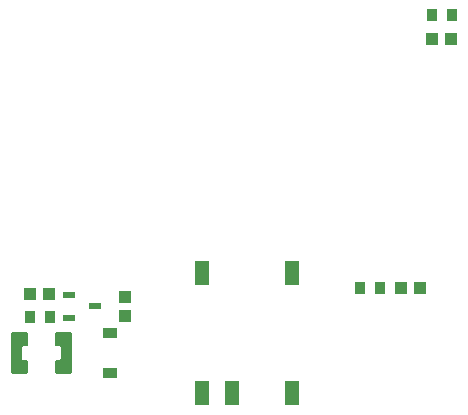
<source format=gtp>
G04 Layer: TopPasteMaskLayer*
G04 Panelize: , Column: 2, Row: 2, Board Size: 58.42mm x 58.42mm, Panelized Board Size: 118.84mm x 118.84mm*
G04 EasyEDA v6.5.34, 2023-08-21 18:11:39*
G04 6b8a08da89de4659a48f0417751e7769,5a6b42c53f6a479593ecc07194224c93,10*
G04 Gerber Generator version 0.2*
G04 Scale: 100 percent, Rotated: No, Reflected: No *
G04 Dimensions in millimeters *
G04 leading zeros omitted , absolute positions ,4 integer and 5 decimal *
%FSLAX45Y45*%
%MOMM*%

%AMMACRO1*21,1,$1,$2,0,0,$3*%
%ADD10R,1.1989X2.0000*%
%ADD11MACRO1,0.532X1.0375X-90.0000*%
%ADD12R,1.1500X0.9500*%
%ADD13R,1.1000X1.0000*%
%ADD14R,1.0000X1.1000*%
%ADD15R,0.8999X1.0000*%

%LPD*%
G36*
X963218Y2891993D02*
G01*
X953211Y2882036D01*
X953211Y2786532D01*
X963218Y2776524D01*
X991006Y2776524D01*
X1001014Y2766517D01*
X1001014Y2667558D01*
X991006Y2657551D01*
X963218Y2657551D01*
X953211Y2647543D01*
X953211Y2552090D01*
X963218Y2542082D01*
X1083868Y2542082D01*
X1093876Y2552090D01*
X1093876Y2882036D01*
X1083868Y2891993D01*
G37*
G36*
X592531Y2891993D02*
G01*
X582523Y2882036D01*
X582523Y2552090D01*
X592531Y2542082D01*
X713181Y2542082D01*
X723188Y2552090D01*
X723188Y2647543D01*
X713181Y2657551D01*
X685393Y2657551D01*
X675386Y2667558D01*
X675386Y2766517D01*
X685393Y2776524D01*
X713181Y2776524D01*
X723188Y2786532D01*
X723188Y2882036D01*
X713181Y2891993D01*
G37*
D10*
G01*
X2197100Y2374900D03*
G01*
X2451100Y2374900D03*
G01*
X2959100Y2374900D03*
G01*
X2959100Y3390900D03*
G01*
X2197100Y3390900D03*
D11*
G01*
X1070974Y3205753D03*
G01*
X1070974Y3015753D03*
G01*
X1291225Y3110753D03*
D12*
G01*
X1422400Y2886303D03*
G01*
X1422400Y2547823D03*
D13*
G01*
X1549400Y3031489D03*
G01*
X1549400Y3191484D03*
D14*
G01*
X745489Y3213100D03*
G01*
X905484Y3213100D03*
D15*
G01*
X740486Y3021837D03*
G01*
X910488Y3021837D03*
D14*
G01*
X3882390Y3263900D03*
G01*
X4042384Y3263900D03*
D15*
G01*
X3534486Y3263874D03*
G01*
X3704488Y3263874D03*
D14*
G01*
X4149090Y5372100D03*
G01*
X4309084Y5372100D03*
D15*
G01*
X4144086Y5575300D03*
G01*
X4314088Y5575300D03*
M02*

</source>
